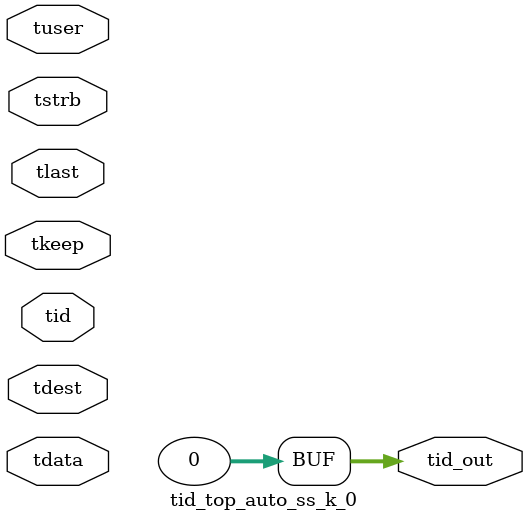
<source format=v>


`timescale 1ps/1ps

module tid_top_auto_ss_k_0 #
(
parameter C_S_AXIS_TID_WIDTH   = 1,
parameter C_S_AXIS_TUSER_WIDTH = 0,
parameter C_S_AXIS_TDATA_WIDTH = 0,
parameter C_S_AXIS_TDEST_WIDTH = 0,
parameter C_M_AXIS_TID_WIDTH   = 32
)
(
input  [(C_S_AXIS_TID_WIDTH   == 0 ? 1 : C_S_AXIS_TID_WIDTH)-1:0       ] tid,
input  [(C_S_AXIS_TDATA_WIDTH == 0 ? 1 : C_S_AXIS_TDATA_WIDTH)-1:0     ] tdata,
input  [(C_S_AXIS_TUSER_WIDTH == 0 ? 1 : C_S_AXIS_TUSER_WIDTH)-1:0     ] tuser,
input  [(C_S_AXIS_TDEST_WIDTH == 0 ? 1 : C_S_AXIS_TDEST_WIDTH)-1:0     ] tdest,
input  [(C_S_AXIS_TDATA_WIDTH/8)-1:0 ] tkeep,
input  [(C_S_AXIS_TDATA_WIDTH/8)-1:0 ] tstrb,
input                                                                    tlast,
output [(C_M_AXIS_TID_WIDTH   == 0 ? 1 : C_M_AXIS_TID_WIDTH)-1:0       ] tid_out
);

assign tid_out = {1'b0};

endmodule


</source>
